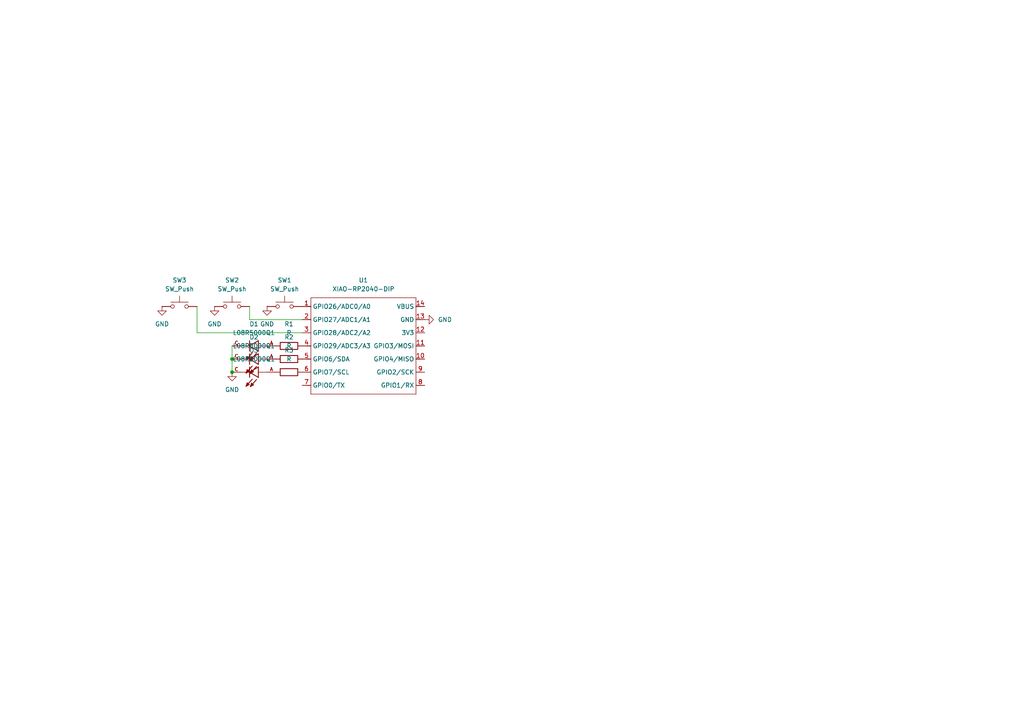
<source format=kicad_sch>
(kicad_sch (version 20231120) (generator "eeschema") (generator_version "8.0")
  (paper "A4")
  (lib_symbols
    (symbol "Device:R" (pin_numbers hide) (pin_names (offset 0))
      (property "Reference" "R" (at 2.032 0 90))
      (property "Value" "R" (at 0 0 90))
      (symbol "R_0_1"
        (rectangle (start -1.016 -2.54) (end 1.016 2.54) (stroke (width 0.254)))
      )
      (symbol "R_1_1"
        (pin passive line (at 0 3.81 270) (length 1.27) (name "~") (number "1"))
        (pin passive line (at 0 -3.81 90) (length 1.27) (name "~") (number "2"))
      )
    )
    (symbol "L08R5000Q1:L08R5000Q1" (pin_names (offset 1.016))
      (property "Reference" "D" (at -3.0988 4.4958 0))
      (property "Value" "L08R5000Q1" (at -3.556 -3.302 0))
      (symbol "L08R5000Q1_0_0"
        (polyline (pts (xy -2.54 -1.524) (xy 0 0)) (stroke (width 0.254)))
        (polyline (pts (xy -2.54 0) (xy -5.08 0)) (stroke (width 0.1524)))
        (polyline (pts (xy -2.54 0) (xy -2.54 -1.524)) (stroke (width 0.254)))
        (polyline (pts (xy -2.54 1.524) (xy -2.54 0)) (stroke (width 0.254)))
        (polyline (pts (xy -1.1176 3.683) (xy -0.2286 4.1656)) (stroke (width 0.254)))
        (polyline (pts (xy -0.9398 3.6068) (xy -0.7112 3.7592)) (stroke (width 0.254)))
        (polyline (pts (xy -0.5588 3.2004) (xy -1.1176 3.683)) (stroke (width 0.254)))
        (polyline (pts (xy -0.5588 3.2004) (xy -0.5334 3.937)) (stroke (width 0.254)))
        (polyline (pts (xy -0.5334 3.937) (xy -0.6604 3.937)) (stroke (width 0.254)))
        (polyline (pts (xy -0.2286 4.1656) (xy -2.0066 2.1336)) (stroke (width 0.254)))
        (polyline (pts (xy -0.2286 4.1656) (xy -0.5588 3.2004)) (stroke (width 0.254)))
        (polyline (pts (xy 0 0) (xy -2.54 1.524)) (stroke (width 0.254)))
        (polyline (pts (xy 0 0) (xy 0 -1.524)) (stroke (width 0.254)))
        (polyline (pts (xy 0 1.524) (xy 0 0)) (stroke (width 0.254)))
        (polyline (pts (xy 0.127 3.5814) (xy 1.016 4.064)) (stroke (width 0.254)))
        (polyline (pts (xy 0.3048 3.5052) (xy 0.5334 3.6576)) (stroke (width 0.254)))
        (polyline (pts (xy 0.6858 3.0988) (xy 0.127 3.5814)) (stroke (width 0.254)))
        (polyline (pts (xy 0.6858 3.0988) (xy 0.7112 3.8354)) (stroke (width 0.254)))
        (polyline (pts (xy 0.7112 3.8354) (xy 0.5842 3.8354)) (stroke (width 0.254)))
        (polyline (pts (xy 1.016 4.064) (xy -0.762 2.032)) (stroke (width 0.254)))
        (polyline (pts (xy 1.016 4.064) (xy 0.6858 3.0988)) (stroke (width 0.254)))
        (polyline (pts (xy 2.54 0) (xy 0 0)) (stroke (width 0.1524)))
        (pin passive line (at -7.62 0 0) (length 2.54) (name "~") (number "A"))
        (pin passive line (at 5.08 0 180) (length 2.54) (name "~") (number "C"))
      )
    )
    (symbol "Seeed_Studio_XIAO_Series:XIAO-RP2040-DIP"
      (property "Reference" "U" (at 0 0 0))
      (property "Value" "XIAO-RP2040-DIP" (at 5.334 -1.778 0))
      (symbol "XIAO-RP2040-DIP_1_0"
        (polyline (pts (xy -1.27 -30.48) (xy -1.27 -16.51)) (stroke (width 0.1524)))
        (polyline (pts (xy -1.27 -27.94) (xy -2.54 -27.94)) (stroke (width 0.1524)))
        (polyline (pts (xy -1.27 -24.13) (xy -2.54 -24.13)) (stroke (width 0.1524)))
        (polyline (pts (xy -1.27 -20.32) (xy -2.54 -20.32)) (stroke (width 0.1524)))
        (polyline (pts (xy -1.27 -16.51) (xy -2.54 -16.51)) (stroke (width 0.1524)))
        (polyline (pts (xy -1.27 -16.51) (xy -1.27 -12.7)) (stroke (width 0.1524)))
        (polyline (pts (xy -1.27 -12.7) (xy -2.54 -12.7)) (stroke (width 0.1524)))
        (polyline (pts (xy -1.27 -12.7) (xy -1.27 -8.89)) (stroke (width 0.1524)))
        (polyline (pts (xy -1.27 -8.89) (xy -2.54 -8.89)) (stroke (width 0.1524)))
        (polyline (pts (xy -1.27 -8.89) (xy -1.27 -5.08)) (stroke (width 0.1524)))
        (polyline (pts (xy -1.27 -5.08) (xy -2.54 -5.08)) (stroke (width 0.1524)))
        (polyline (pts (xy -1.27 -5.08) (xy -1.27 -2.54)) (stroke (width 0.1524)))
        (polyline (pts (xy -1.27 -2.54) (xy 29.21 -2.54)) (stroke (width 0.1524)))
        (polyline (pts (xy 29.21 -30.48) (xy -1.27 -30.48)) (stroke (width 0.1524)))
        (polyline (pts (xy 29.21 -12.7) (xy 29.21 -30.48)) (stroke (width 0.1524)))
        (polyline (pts (xy 29.21 -8.89) (xy 29.21 -12.7)) (stroke (width 0.1524)))
        (polyline (pts (xy 29.21 -5.08) (xy 29.21 -8.89)) (stroke (width 0.1524)))
        (polyline (pts (xy 29.21 -2.54) (xy 29.21 -5.08)) (stroke (width 0.1524)))
        (polyline (pts (xy 30.48 -27.94) (xy 29.21 -27.94)) (stroke (width 0.1524)))
        (polyline (pts (xy 30.48 -24.13) (xy 29.21 -24.13)) (stroke (width 0.1524)))
        (polyline (pts (xy 30.48 -20.32) (xy 29.21 -20.32)) (stroke (width 0.1524)))
        (polyline (pts (xy 30.48 -16.51) (xy 29.21 -16.51)) (stroke (width 0.1524)))
        (polyline (pts (xy 30.48 -12.7) (xy 29.21 -12.7)) (stroke (width 0.1524)))
        (polyline (pts (xy 30.48 -8.89) (xy 29.21 -8.89)) (stroke (width 0.1524)))
        (polyline (pts (xy 30.48 -5.08) (xy 29.21 -5.08)) (stroke (width 0.1524)))
        (pin passive line (at -3.81 -5.08 0) (length 2.54) (name "GPIO26/ADC0/A0") (number "1"))
        (pin passive line (at 31.75 -20.32 180) (length 2.54) (name "GPIO4/MISO") (number "10"))
        (pin passive line (at 31.75 -16.51 180) (length 2.54) (name "GPIO3/MOSI") (number "11"))
        (pin passive line (at 31.75 -12.7 180) (length 2.54) (name "3V3") (number "12"))
        (pin passive line (at 31.75 -8.89 180) (length 2.54) (name "GND") (number "13"))
        (pin passive line (at 31.75 -5.08 180) (length 2.54) (name "VBUS") (number "14"))
        (pin passive line (at -3.81 -8.89 0) (length 2.54) (name "GPIO27/ADC1/A1") (number "2"))
        (pin passive line (at -3.81 -12.7 0) (length 2.54) (name "GPIO28/ADC2/A2") (number "3"))
        (pin passive line (at -3.81 -16.51 0) (length 2.54) (name "GPIO29/ADC3/A3") (number "4"))
        (pin passive line (at -3.81 -20.32 0) (length 2.54) (name "GPIO6/SDA") (number "5"))
        (pin passive line (at -3.81 -24.13 0) (length 2.54) (name "GPIO7/SCL") (number "6"))
        (pin passive line (at -3.81 -27.94 0) (length 2.54) (name "GPIO0/TX") (number "7"))
        (pin passive line (at 31.75 -27.94 180) (length 2.54) (name "GPIO1/RX") (number "8"))
        (pin passive line (at 31.75 -24.13 180) (length 2.54) (name "GPIO2/SCK") (number "9"))
      )
    )
    (symbol "Switch:SW_Push" (pin_numbers hide) (pin_names (offset 1.016) hide)
      (property "Reference" "SW" (at 1.27 2.54 0))
      (property "Value" "SW_Push" (at 0 -1.524 0))
      (symbol "SW_Push_0_1"
        (circle (center -2.032 0) (radius 0.508))
        (polyline (pts (xy 0 1.27) (xy 0 3.048)))
        (polyline (pts (xy 2.54 1.27) (xy -2.54 1.27)))
        (circle (center 2.032 0) (radius 0.508))
        (pin passive line (at -5.08 0 0) (length 2.54) (name "1") (number "1"))
        (pin passive line (at 5.08 0 180) (length 2.54) (name "2") (number "2"))
      )
    )
    (symbol "power:GND" (power) (pin_numbers hide) (pin_names (offset 0) hide)
      (property "Value" "GND" (at 0 -3.81 0))
      (symbol "GND_0_1"
        (polyline (pts (xy 0 0) (xy 0 -1.27) (xy 1.27 -1.27) (xy 0 -2.54) (xy -1.27 -1.27) (xy 0 -1.27)))
      )
      (symbol "GND_1_1"
        (pin power_in line (at 0 0 270) (length 0) (name "~") (number "1"))
      )
    )
  )
  (junction (at 67.31 107.95))
  (junction (at 67.31 104.14))
  (wire (pts (xy 72.39 92.71) (xy 72.39 88.9)))
  (wire (pts (xy 67.31 104.14) (xy 67.31 107.95)))
  (wire (pts (xy 87.63 92.71) (xy 72.39 92.71)))
  (wire (pts (xy 87.63 96.52) (xy 57.15 96.52)))
  (wire (pts (xy 57.15 96.52) (xy 57.15 88.9)))
  (wire (pts (xy 67.31 100.33) (xy 67.31 104.14)))
  (symbol (lib_id "power:GND") (at 62.23 88.9 0) (unit 1)
    (property "Reference" "#PWR03" (effects (hide yes)))
    (property "Value" "GND" (at 62.23 93.98 0))
    (property "Description" "Power symbol creates a global label with name \"GND\" , ground" (effects (hide yes)))
  )
  (symbol (lib_id "power:GND") (at 123.19 92.71 90) (unit 1)
    (property "Reference" "#PWR01" (effects (hide yes)))
    (property "Value" "GND" (at 127 92.7099 90) (effects (justify right)))
    (property "Description" "Power symbol creates a global label with name \"GND\" , ground" (effects (hide yes)))
  )
  (symbol (lib_id "Device:R") (at 83.82 100.33 270) (unit 1)
    (property "Reference" "R1" (at 83.82 93.98 90))
    (property "Value" "R" (at 83.82 96.52 90))
    (property "Footprint" "Resistor_THT:R_Axial_DIN0204_L3.6mm_D1.6mm_P5.08mm_Horizontal" (effects (hide yes)))
    (property "Description" "Resistor" (effects (hide yes)))
  )
  (symbol (lib_id "power:GND") (at 67.31 107.95 0) (unit 1)
    (property "Reference" "#PWR05" (effects (hide yes)))
    (property "Value" "GND" (at 67.31 113.03 0))
    (property "Description" "Power symbol creates a global label with name \"GND\" , ground" (effects (hide yes)))
  )
  (symbol (lib_id "Device:R") (at 83.82 107.95 270) (unit 1)
    (property "Reference" "R3" (at 83.82 101.6 90))
    (property "Value" "R" (at 83.82 104.14 90))
    (property "Footprint" "Resistor_THT:R_Axial_DIN0204_L3.6mm_D1.6mm_P5.08mm_Horizontal" (effects (hide yes)))
    (property "Description" "Resistor" (effects (hide yes)))
  )
  (symbol (lib_id "Switch:SW_Push") (at 82.55 88.9 0) (unit 1)
    (property "Reference" "SW1" (at 82.55 81.28 0))
    (property "Value" "SW_Push" (at 82.55 83.82 0))
    (property "Footprint" "Pathfinder:SW_Cherry_MX_1.00u_PCB" (effects (hide yes)))
    (property "Description" "Push button switch, generic, two pins" (effects (hide yes)))
  )
  (symbol (lib_id "Switch:SW_Push") (at 52.07 88.9 0) (unit 1)
    (property "Reference" "SW3" (at 52.07 81.28 0))
    (property "Value" "SW_Push" (at 52.07 83.82 0))
    (property "Footprint" "Pathfinder:SW_Cherry_MX_1.00u_PCB" (effects (hide yes)))
    (property "Description" "Push button switch, generic, two pins" (effects (hide yes)))
  )
  (symbol (lib_id "Seeed_Studio_XIAO_Series:XIAO-RP2040-DIP") (at 91.44 83.82 0) (unit 1)
    (property "Reference" "U1" (at 105.41 81.28 0))
    (property "Value" "XIAO-RP2040-DIP" (at 105.41 83.82 0))
    (property "Footprint" "Pathfinder:XIAO-RP2040-DIP" (effects (hide yes)))
  )
  (symbol (lib_id "power:GND") (at 77.47 88.9 0) (unit 1)
    (property "Reference" "#PWR02" (effects (hide yes)))
    (property "Value" "GND" (at 77.47 93.98 0))
    (property "Description" "Power symbol creates a global label with name \"GND\" , ground" (effects (hide yes)))
  )
  (symbol (lib_id "power:GND") (at 46.99 88.9 0) (unit 1)
    (property "Reference" "#PWR04" (effects (hide yes)))
    (property "Value" "GND" (at 46.99 93.98 0))
    (property "Description" "Power symbol creates a global label with name \"GND\" , ground" (effects (hide yes)))
  )
  (symbol (lib_id "L08R5000Q1:L08R5000Q1") (at 72.39 104.14 180) (unit 1)
    (property "Reference" "D2" (at 73.66 97.79 0))
    (property "Value" "L08R5000Q1" (at 73.66 100.33 0))
    (property "Footprint" "Pathfinder:LEDRD254W57D500H1070" (effects (hide yes)))
    (property "MF" "LED Technology" (effects (hide yes)))
    (property "MAXIMUM_PACKAGE_HEIGHT" "10.7mm" (effects (hide yes)))
    (property "Package" "None" (effects (hide yes)))
    (property "Price" "None" (effects (hide yes)))
    (property "Check_prices" "https://www.snapeda.com/parts/L08R5000Q1/LED+Technology/view-part/?ref=eda" (effects (hide yes)))
    (property "STANDARD" "IPC-7351B" (effects (hide yes)))
    (property "PARTREV" "NA" (effects (hide yes)))
    (property "SnapEDA_Link" "https://www.snapeda.com/parts/L08R5000Q1/LED+Technology/view-part/?ref=snap" (effects (hide yes)))
    (property "MP" "L08R5000Q1" (effects (hide yes)))
    (property "Description_1" "\n                        \n                            LED, 5MM, ORANGE; LED / Lamp Size: 5mm / T-1 3/4; LED Colour: Orange; Typ Luminous Intensity: 4.3mcd; Viewing Angle: ...\n                        \n" (effects (hide yes)))
    (property "Availability" "Not in stock" (effects (hide yes)))
    (property "MANUFACTURER" "LED TECHNOLOGY" (effects (hide yes)))
  )
  (symbol (lib_id "Switch:SW_Push") (at 67.31 88.9 0) (unit 1)
    (property "Reference" "SW2" (at 67.31 81.28 0))
    (property "Value" "SW_Push" (at 67.31 83.82 0))
    (property "Footprint" "Pathfinder:SW_Cherry_MX_1.00u_PCB" (effects (hide yes)))
    (property "Description" "Push button switch, generic, two pins" (effects (hide yes)))
  )
  (symbol (lib_id "L08R5000Q1:L08R5000Q1") (at 72.39 100.33 180) (unit 1)
    (property "Reference" "D1" (at 73.66 93.98 0))
    (property "Value" "L08R5000Q1" (at 73.66 96.52 0))
    (property "Footprint" "Pathfinder:LEDRD254W57D500H1070" (effects (hide yes)))
    (property "MF" "LED Technology" (effects (hide yes)))
    (property "MAXIMUM_PACKAGE_HEIGHT" "10.7mm" (effects (hide yes)))
    (property "Package" "None" (effects (hide yes)))
    (property "Price" "None" (effects (hide yes)))
    (property "Check_prices" "https://www.snapeda.com/parts/L08R5000Q1/LED+Technology/view-part/?ref=eda" (effects (hide yes)))
    (property "STANDARD" "IPC-7351B" (effects (hide yes)))
    (property "PARTREV" "NA" (effects (hide yes)))
    (property "SnapEDA_Link" "https://www.snapeda.com/parts/L08R5000Q1/LED+Technology/view-part/?ref=snap" (effects (hide yes)))
    (property "MP" "L08R5000Q1" (effects (hide yes)))
    (property "Description_1" "\n                        \n                            LED, 5MM, ORANGE; LED / Lamp Size: 5mm / T-1 3/4; LED Colour: Orange; Typ Luminous Intensity: 4.3mcd; Viewing Angle: ...\n                        \n" (effects (hide yes)))
    (property "Availability" "Not in stock" (effects (hide yes)))
    (property "MANUFACTURER" "LED TECHNOLOGY" (effects (hide yes)))
  )
  (symbol (lib_id "L08R5000Q1:L08R5000Q1") (at 72.39 107.95 180) (unit 1)
    (property "Reference" "D3" (at 73.66 101.6 0))
    (property "Value" "L08R5000Q1" (at 73.66 104.14 0))
    (property "Footprint" "Pathfinder:LEDRD254W57D500H1070" (effects (hide yes)))
    (property "MF" "LED Technology" (effects (hide yes)))
    (property "MAXIMUM_PACKAGE_HEIGHT" "10.7mm" (effects (hide yes)))
    (property "Package" "None" (effects (hide yes)))
    (property "Price" "None" (effects (hide yes)))
    (property "Check_prices" "https://www.snapeda.com/parts/L08R5000Q1/LED+Technology/view-part/?ref=eda" (effects (hide yes)))
    (property "STANDARD" "IPC-7351B" (effects (hide yes)))
    (property "PARTREV" "NA" (effects (hide yes)))
    (property "SnapEDA_Link" "https://www.snapeda.com/parts/L08R5000Q1/LED+Technology/view-part/?ref=snap" (effects (hide yes)))
    (property "MP" "L08R5000Q1" (effects (hide yes)))
    (property "Description_1" "\n                        \n                            LED, 5MM, ORANGE; LED / Lamp Size: 5mm / T-1 3/4; LED Colour: Orange; Typ Luminous Intensity: 4.3mcd; Viewing Angle: ...\n                        \n" (effects (hide yes)))
    (property "Availability" "Not in stock" (effects (hide yes)))
    (property "MANUFACTURER" "LED TECHNOLOGY" (effects (hide yes)))
  )
  (symbol (lib_id "Device:R") (at 83.82 104.14 270) (unit 1)
    (property "Reference" "R2" (at 83.82 97.79 90))
    (property "Value" "R" (at 83.82 100.33 90))
    (property "Footprint" "Resistor_THT:R_Axial_DIN0204_L3.6mm_D1.6mm_P5.08mm_Horizontal" (effects (hide yes)))
    (property "Description" "Resistor" (effects (hide yes)))
  )
)
</source>
